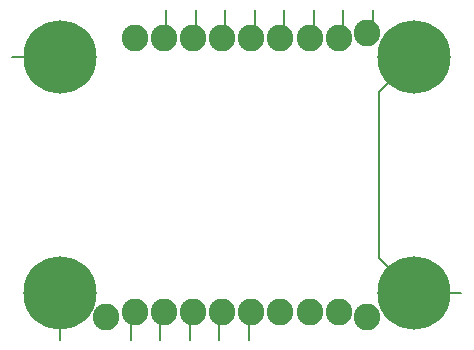
<source format=gtl>
%TF.GenerationSoftware,KiCad,Pcbnew,9.0.0*%
%TF.CreationDate,2025-04-24T15:41:49+01:00*%
%TF.ProjectId,rp2040_pogo_mh_0.2,72703230-3430-45f7-906f-676f5f6d685f,v0.2*%
%TF.SameCoordinates,Original*%
%TF.FileFunction,Copper,L1,Top*%
%TF.FilePolarity,Positive*%
%FSLAX45Y45*%
G04 Gerber Fmt 4.5, Leading zero omitted, Abs format (unit mm)*
G04 Created by KiCad (PCBNEW 9.0.0) date 2025-04-24 15:41:49*
%MOMM*%
%LPD*%
G01*
G04 APERTURE LIST*
%TA.AperFunction,SMDPad,CuDef*%
%ADD10C,0.125000*%
%TD*%
%TA.AperFunction,SMDPad,CuDef*%
%ADD11C,2.254000*%
%TD*%
%TA.AperFunction,ComponentPad*%
%ADD12C,6.200000*%
%TD*%
%TA.AperFunction,Conductor*%
%ADD13C,0.200000*%
%TD*%
G04 APERTURE END LIST*
D10*
%TO.P,GS9,1,SWDIO~0*%
%TO.N,Net-(GS9-SWDIO~0)*%
X-600000Y1400000D03*
%TD*%
%TO.P,GS15,1,SWDIO~4*%
%TO.N,Net-(GS15-SWDIO~4)*%
X900000Y1400000D03*
%TD*%
D11*
%TO.P,J8,1,1*%
%TO.N,unconnected-(J8-Pad1)*%
X614999Y-1160513D03*
%TD*%
%TO.P,J10,1,1*%
%TO.N,unconnected-(J10-Pad1)*%
X1103999Y-1199513D03*
%TD*%
D12*
%TO.P,MH3,1*%
%TO.N,N/C*%
X-1500000Y-1000000D03*
%TD*%
D11*
%TO.P,J4,1,1*%
%TO.N,Net-(GS6-SWDIO~8)*%
X-369001Y-1160513D03*
%TD*%
D10*
%TO.P,GS13,1,SWDIO~2*%
%TO.N,Net-(GS13-SWDIO~2)*%
X400000Y1400000D03*
%TD*%
D11*
%TO.P,J11,1,1*%
%TO.N,unconnected-(J11-Pad1)*%
X-860945Y1160663D03*
%TD*%
D10*
%TO.P,GS14,1,SWDIO~3*%
%TO.N,Net-(GS14-SWDIO~3)*%
X650000Y1400000D03*
%TD*%
D11*
%TO.P,J5,1,1*%
%TO.N,Net-(GS7-SWDIO~9)*%
X-123001Y-1160513D03*
%TD*%
%TO.P,J6,1,1*%
%TO.N,Net-(GS8-SWDIO~10)*%
X122999Y-1160513D03*
%TD*%
D10*
%TO.P,GS7,1,SWDIO~9*%
%TO.N,Net-(GS7-SWDIO~9)*%
X-150000Y-1400000D03*
%TD*%
D11*
%TO.P,J12,1,1*%
%TO.N,Net-(GS9-SWDIO~0)*%
X-614945Y1160663D03*
%TD*%
D10*
%TO.P,GS3,1,JD_PWR*%
%TO.N,JD_PWR*%
X-1500000Y-1400000D03*
%TD*%
%TO.P,GS12,1,SWCLK*%
%TO.N,Net-(GS12-SWCLK)*%
X150000Y1400000D03*
%TD*%
D11*
%TO.P,J16,1,1*%
%TO.N,Net-(GS13-SWDIO~2)*%
X369055Y1160663D03*
%TD*%
D10*
%TO.P,GS1,1,JD_DATA*%
%TO.N,JD_DATA*%
X-1900000Y1000000D03*
%TD*%
%TO.P,GS2,1,GND*%
%TO.N,GND*%
X1900000Y-1000000D03*
%TD*%
%TO.P,GS5,1,SWDIO~7*%
%TO.N,Net-(GS5-SWDIO~7)*%
X-650000Y-1400000D03*
%TD*%
D11*
%TO.P,J15,1,1*%
%TO.N,Net-(GS12-SWCLK)*%
X123055Y1160663D03*
%TD*%
%TO.P,J17,1,1*%
%TO.N,Net-(GS14-SWDIO~3)*%
X615055Y1160663D03*
%TD*%
%TO.P,J3,1,1*%
%TO.N,Net-(GS5-SWDIO~7)*%
X-615001Y-1160513D03*
%TD*%
%TO.P,J7,1,1*%
%TO.N,unconnected-(J7-Pad1)*%
X368999Y-1160513D03*
%TD*%
D10*
%TO.P,GS8,1,SWDIO~10*%
%TO.N,Net-(GS8-SWDIO~10)*%
X100000Y-1400000D03*
%TD*%
D11*
%TO.P,J19,1,1*%
%TO.N,Net-(GS16-SWDIO~5)*%
X1104055Y1199663D03*
%TD*%
%TO.P,J2,1,1*%
%TO.N,Net-(GS4-SWDIO~6)*%
X-861001Y-1160513D03*
%TD*%
D10*
%TO.P,GS16,1,SWDIO~5*%
%TO.N,Net-(GS16-SWDIO~5)*%
X1150000Y1400000D03*
%TD*%
%TO.P,GS11,1,SWDIO~1*%
%TO.N,Net-(GS11-SWDIO~1)*%
X-100000Y1400000D03*
%TD*%
D11*
%TO.P,J1,1,1*%
%TO.N,unconnected-(J1-Pad1)*%
X-1104001Y-1199513D03*
%TD*%
D10*
%TO.P,GS4,1,SWDIO~6*%
%TO.N,Net-(GS4-SWDIO~6)*%
X-900000Y-1400000D03*
%TD*%
%TO.P,GS10,1,RESET*%
%TO.N,Net-(GS10-RESET)*%
X-350000Y1400000D03*
%TD*%
D11*
%TO.P,J14,1,1*%
%TO.N,Net-(GS11-SWDIO~1)*%
X-122945Y1160663D03*
%TD*%
%TO.P,J9,1,1*%
%TO.N,unconnected-(J9-Pad1)*%
X860999Y-1160513D03*
%TD*%
D12*
%TO.P,MH1,1*%
%TO.N,N/C*%
X-1500000Y1000001D03*
%TD*%
%TO.P,MH2,1*%
%TO.N,N/C*%
X1500001Y1000002D03*
%TD*%
%TO.P,MH4,1*%
%TO.N,N/C*%
X1500001Y-999999D03*
%TD*%
D10*
%TO.P,GS6,1,SWDIO~8*%
%TO.N,Net-(GS6-SWDIO~8)*%
X-400000Y-1400000D03*
%TD*%
D11*
%TO.P,J18,1,1*%
%TO.N,Net-(GS15-SWDIO~4)*%
X861055Y1160663D03*
%TD*%
%TO.P,J13,1,1*%
%TO.N,Net-(GS10-RESET)*%
X-368945Y1160663D03*
%TD*%
D13*
%TO.N,JD_DATA*%
X-1500000Y1000000D02*
X-1900000Y1000000D01*
%TO.N,GND*%
X1200001Y-699998D02*
X1500001Y-999998D01*
X1500000Y1000000D02*
X1600000Y900000D01*
X1200001Y700002D02*
X1200001Y-699998D01*
X1500000Y-1000000D02*
X1900000Y-1000000D01*
X1900000Y-1000000D02*
X1900000Y-1000000D01*
X1500001Y1000002D02*
X1200001Y700002D01*
%TO.N,JD_PWR*%
X-1500080Y-1000080D02*
X-1500080Y-1399920D01*
X-1500080Y-1399920D02*
X-1500000Y-1400000D01*
%TO.N,Net-(GS4-SWDIO~6)*%
X-861001Y-1160513D02*
X-861001Y-1161001D01*
X-861001Y-1161001D02*
X-900000Y-1200000D01*
X-900000Y-1200000D02*
X-900000Y-1400000D01*
%TO.N,Net-(GS5-SWDIO~7)*%
X-650000Y-1250000D02*
X-650000Y-1400000D01*
X-615001Y-1215001D02*
X-650000Y-1250000D01*
X-615001Y-1160513D02*
X-615001Y-1215001D01*
%TO.N,Net-(GS6-SWDIO~8)*%
X-369001Y-1160513D02*
X-369001Y-1219001D01*
X-400000Y-1250000D02*
X-400000Y-1400000D01*
X-369001Y-1219001D02*
X-400000Y-1250000D01*
%TO.N,Net-(GS7-SWDIO~9)*%
X-150000Y-1250000D02*
X-150000Y-1400000D01*
X-123001Y-1160513D02*
X-123001Y-1223001D01*
X-123001Y-1223001D02*
X-150000Y-1250000D01*
%TO.N,Net-(GS8-SWDIO~10)*%
X122999Y-1160513D02*
X122999Y-1177001D01*
X100000Y-1200000D02*
X100000Y-1400000D01*
X122999Y-1177001D02*
X100000Y-1200000D01*
%TO.N,Net-(GS9-SWDIO~0)*%
X-614945Y1160663D02*
X-600000Y1175608D01*
X-600000Y1175608D02*
X-600000Y1400000D01*
%TO.N,Net-(GS10-RESET)*%
X-350000Y1200000D02*
X-350000Y1400000D01*
X-368945Y1160663D02*
X-368945Y1181055D01*
X-368945Y1181055D02*
X-350000Y1200000D01*
%TO.N,Net-(GS11-SWDIO~1)*%
X-122945Y1177055D02*
X-100000Y1200000D01*
X-100000Y1200000D02*
X-100000Y1400000D01*
X-122945Y1160663D02*
X-122945Y1177055D01*
%TO.N,Net-(GS12-SWCLK)*%
X123055Y1173055D02*
X150000Y1200000D01*
X150000Y1200000D02*
X150000Y1400000D01*
X123055Y1160663D02*
X123055Y1173055D01*
%TO.N,Net-(GS13-SWDIO~2)*%
X400000Y1200000D02*
X400000Y1400000D01*
X369055Y1160663D02*
X369055Y1169055D01*
X369055Y1169055D02*
X400000Y1200000D01*
%TO.N,Net-(GS14-SWDIO~3)*%
X615055Y1165055D02*
X650000Y1200000D01*
X650000Y1200000D02*
X650000Y1400000D01*
X615055Y1160663D02*
X615055Y1165055D01*
%TO.N,Net-(GS15-SWDIO~4)*%
X861055Y1161055D02*
X900000Y1200000D01*
X861055Y1160663D02*
X861055Y1161055D01*
X900000Y1200000D02*
X900000Y1400000D01*
%TO.N,Net-(GS16-SWDIO~5)*%
X1150000Y1250000D02*
X1150000Y1400000D01*
X1104055Y1204055D02*
X1150000Y1250000D01*
X1104055Y1199663D02*
X1104055Y1204055D01*
%TD*%
M02*

</source>
